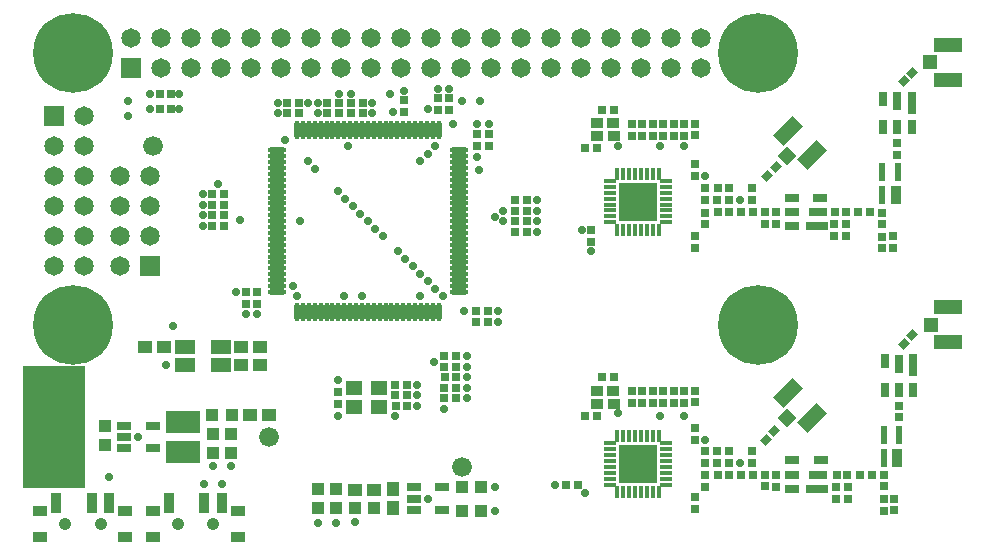
<source format=gts>
G04 Layer_Color=8388736*
%FSLAX25Y25*%
%MOIN*%
G70*
G01*
G75*
%ADD75R,0.02568X0.02962*%
%ADD76R,0.02568X0.03159*%
%ADD77R,0.03159X0.02568*%
%ADD78R,0.02962X0.02568*%
%ADD79O,0.01584X0.04340*%
%ADD80O,0.04340X0.01584*%
%ADD81R,0.12805X0.12805*%
%ADD82R,0.04143X0.03750*%
%ADD83R,0.05718X0.04931*%
%ADD84R,0.04143X0.04340*%
%ADD85R,0.04537X0.04340*%
%ADD86R,0.04183X0.04380*%
%ADD87R,0.11309X0.07175*%
%ADD88R,0.04931X0.02962*%
%ADD89R,0.04537X0.03750*%
%ADD90R,0.03356X0.06506*%
%ADD91R,0.06506X0.04931*%
%ADD92R,0.04340X0.04143*%
%ADD93R,0.04340X0.04537*%
%ADD94R,0.20600X0.40600*%
G04:AMPARAMS|DCode=95|XSize=47.34mil|YSize=92.61mil|CornerRadius=0mil|HoleSize=0mil|Usage=FLASHONLY|Rotation=315.000|XOffset=0mil|YOffset=0mil|HoleType=Round|Shape=Rectangle|*
%AMROTATEDRECTD95*
4,1,4,-0.04948,-0.01601,0.01601,0.04948,0.04948,0.01601,-0.01601,-0.04948,-0.04948,-0.01601,0.0*
%
%ADD95ROTATEDRECTD95*%

%ADD96P,0.06416X4X360.0*%
G04:AMPARAMS|DCode=97|XSize=47.24mil|YSize=29.53mil|CornerRadius=2.61mil|HoleSize=0mil|Usage=FLASHONLY|Rotation=180.000|XOffset=0mil|YOffset=0mil|HoleType=Round|Shape=RoundedRectangle|*
%AMROUNDEDRECTD97*
21,1,0.04724,0.02431,0,0,180.0*
21,1,0.04203,0.02953,0,0,180.0*
1,1,0.00522,-0.02101,0.01215*
1,1,0.00522,0.02101,0.01215*
1,1,0.00522,0.02101,-0.01215*
1,1,0.00522,-0.02101,-0.01215*
%
%ADD97ROUNDEDRECTD97*%
G04:AMPARAMS|DCode=98|XSize=62.99mil|YSize=29.53mil|CornerRadius=2.61mil|HoleSize=0mil|Usage=FLASHONLY|Rotation=180.000|XOffset=0mil|YOffset=0mil|HoleType=Round|Shape=RoundedRectangle|*
%AMROUNDEDRECTD98*
21,1,0.06299,0.02431,0,0,180.0*
21,1,0.05778,0.02953,0,0,180.0*
1,1,0.00522,-0.02889,0.01215*
1,1,0.00522,0.02889,0.01215*
1,1,0.00522,0.02889,-0.01215*
1,1,0.00522,-0.02889,-0.01215*
%
%ADD98ROUNDEDRECTD98*%
G04:AMPARAMS|DCode=99|XSize=70.87mil|YSize=29.53mil|CornerRadius=2.61mil|HoleSize=0mil|Usage=FLASHONLY|Rotation=180.000|XOffset=0mil|YOffset=0mil|HoleType=Round|Shape=RoundedRectangle|*
%AMROUNDEDRECTD99*
21,1,0.07087,0.02431,0,0,180.0*
21,1,0.06565,0.02953,0,0,180.0*
1,1,0.00522,-0.03283,0.01215*
1,1,0.00522,0.03283,0.01215*
1,1,0.00522,0.03283,-0.01215*
1,1,0.00522,-0.03283,-0.01215*
%
%ADD99ROUNDEDRECTD99*%
G04:AMPARAMS|DCode=100|XSize=25.68mil|YSize=29.62mil|CornerRadius=0mil|HoleSize=0mil|Usage=FLASHONLY|Rotation=135.000|XOffset=0mil|YOffset=0mil|HoleType=Round|Shape=Rectangle|*
%AMROTATEDRECTD100*
4,1,4,0.01955,0.00139,-0.00139,-0.01955,-0.01955,-0.00139,0.00139,0.01955,0.01955,0.00139,0.0*
%
%ADD100ROTATEDRECTD100*%

%ADD101R,0.02765X0.02765*%
%ADD102R,0.02362X0.06102*%
%ADD103R,0.03543X0.06102*%
G04:AMPARAMS|DCode=104|XSize=47.24mil|YSize=29.53mil|CornerRadius=2.61mil|HoleSize=0mil|Usage=FLASHONLY|Rotation=270.000|XOffset=0mil|YOffset=0mil|HoleType=Round|Shape=RoundedRectangle|*
%AMROUNDEDRECTD104*
21,1,0.04724,0.02431,0,0,270.0*
21,1,0.04203,0.02953,0,0,270.0*
1,1,0.00522,-0.01215,-0.02101*
1,1,0.00522,-0.01215,0.02101*
1,1,0.00522,0.01215,0.02101*
1,1,0.00522,0.01215,-0.02101*
%
%ADD104ROUNDEDRECTD104*%
G04:AMPARAMS|DCode=105|XSize=62.99mil|YSize=29.53mil|CornerRadius=2.61mil|HoleSize=0mil|Usage=FLASHONLY|Rotation=270.000|XOffset=0mil|YOffset=0mil|HoleType=Round|Shape=RoundedRectangle|*
%AMROUNDEDRECTD105*
21,1,0.06299,0.02431,0,0,270.0*
21,1,0.05778,0.02953,0,0,270.0*
1,1,0.00522,-0.01215,-0.02889*
1,1,0.00522,-0.01215,0.02889*
1,1,0.00522,0.01215,0.02889*
1,1,0.00522,0.01215,-0.02889*
%
%ADD105ROUNDEDRECTD105*%
G04:AMPARAMS|DCode=106|XSize=70.87mil|YSize=29.53mil|CornerRadius=2.61mil|HoleSize=0mil|Usage=FLASHONLY|Rotation=270.000|XOffset=0mil|YOffset=0mil|HoleType=Round|Shape=RoundedRectangle|*
%AMROUNDEDRECTD106*
21,1,0.07087,0.02431,0,0,270.0*
21,1,0.06565,0.02953,0,0,270.0*
1,1,0.00522,-0.01215,-0.03283*
1,1,0.00522,-0.01215,0.03283*
1,1,0.00522,0.01215,0.03283*
1,1,0.00522,0.01215,-0.03283*
%
%ADD106ROUNDEDRECTD106*%
%ADD107R,0.09261X0.04734*%
%ADD108R,0.04537X0.04537*%
%ADD109O,0.06112X0.01781*%
%ADD110O,0.01781X0.06112*%
%ADD111C,0.06600*%
%ADD112C,0.04143*%
%ADD113R,0.06506X0.06506*%
%ADD114C,0.06506*%
%ADD115C,0.26575*%
%ADD116C,0.02800*%
D75*
X210000Y47032D02*
D03*
Y50968D02*
D03*
X206500Y47032D02*
D03*
Y50968D02*
D03*
X203000Y47032D02*
D03*
Y50968D02*
D03*
X213500Y47032D02*
D03*
Y50968D02*
D03*
X217000Y47032D02*
D03*
Y50968D02*
D03*
X220500Y47032D02*
D03*
Y50968D02*
D03*
X224000Y34532D02*
D03*
Y38469D02*
D03*
X227500Y30968D02*
D03*
Y27031D02*
D03*
Y22968D02*
D03*
Y19031D02*
D03*
X224000Y15469D02*
D03*
Y11531D02*
D03*
X105000Y50468D02*
D03*
X105000Y46532D02*
D03*
X220500Y136031D02*
D03*
Y139969D02*
D03*
X217000Y136031D02*
D03*
Y139969D02*
D03*
X213500Y136031D02*
D03*
Y139969D02*
D03*
X210000Y136031D02*
D03*
Y139969D02*
D03*
X206500Y136031D02*
D03*
Y139969D02*
D03*
X203000Y136031D02*
D03*
Y139969D02*
D03*
X243000Y30968D02*
D03*
Y27031D02*
D03*
X251000Y22968D02*
D03*
Y19031D02*
D03*
X287000Y14968D02*
D03*
Y11032D02*
D03*
X275000Y18969D02*
D03*
Y15032D02*
D03*
X271000Y18969D02*
D03*
Y15032D02*
D03*
X292000Y46000D02*
D03*
Y42063D02*
D03*
X291500Y133468D02*
D03*
Y129532D02*
D03*
X290000Y102469D02*
D03*
Y98532D02*
D03*
X274500Y106468D02*
D03*
Y102532D02*
D03*
X270500Y106468D02*
D03*
Y102532D02*
D03*
X224000Y122531D02*
D03*
Y126469D02*
D03*
X227500Y118468D02*
D03*
Y114532D02*
D03*
X224000Y102469D02*
D03*
Y98532D02*
D03*
X247500Y110468D02*
D03*
Y106532D02*
D03*
X251000Y110468D02*
D03*
Y106532D02*
D03*
X243000Y118468D02*
D03*
Y114532D02*
D03*
X74500Y83969D02*
D03*
Y80032D02*
D03*
X78000Y83969D02*
D03*
Y80032D02*
D03*
X189500Y104469D02*
D03*
Y100531D02*
D03*
X151500Y132531D02*
D03*
Y136469D02*
D03*
X155500Y132531D02*
D03*
Y136469D02*
D03*
X142000Y144532D02*
D03*
Y148468D02*
D03*
X138500Y144532D02*
D03*
Y148468D02*
D03*
X127000Y144032D02*
D03*
Y147968D02*
D03*
D76*
X224000Y47130D02*
D03*
Y50870D02*
D03*
Y136130D02*
D03*
Y139870D02*
D03*
X247500Y22870D02*
D03*
Y19130D02*
D03*
X290500Y14870D02*
D03*
Y11130D02*
D03*
X287000Y19130D02*
D03*
Y22870D02*
D03*
X286500Y106630D02*
D03*
Y110370D02*
D03*
X286500Y102370D02*
D03*
Y98630D02*
D03*
X227500Y110370D02*
D03*
Y106630D02*
D03*
D77*
X235240Y31000D02*
D03*
X231500D02*
D03*
X235370Y23000D02*
D03*
X231630D02*
D03*
X124228Y46000D02*
D03*
X127969Y46000D02*
D03*
X235370Y118500D02*
D03*
X231630D02*
D03*
X235370Y110500D02*
D03*
X231630D02*
D03*
X140630Y55500D02*
D03*
X144370D02*
D03*
D78*
X243468Y23000D02*
D03*
X239531D02*
D03*
X235469Y27000D02*
D03*
X231532D02*
D03*
X196968Y55500D02*
D03*
X193032D02*
D03*
X191469Y42500D02*
D03*
X187531D02*
D03*
X184968Y19500D02*
D03*
X181032D02*
D03*
X124031Y49500D02*
D03*
X127969D02*
D03*
X124031Y53000D02*
D03*
X127969D02*
D03*
X282968Y23000D02*
D03*
X279031D02*
D03*
X282469Y110500D02*
D03*
X278532D02*
D03*
X196968Y144500D02*
D03*
X193032D02*
D03*
X191469Y132000D02*
D03*
X187531D02*
D03*
X235469Y114500D02*
D03*
X231532D02*
D03*
X243468Y110500D02*
D03*
X239531D02*
D03*
X91969Y147000D02*
D03*
X88032D02*
D03*
X91969Y143500D02*
D03*
X88032D02*
D03*
X66969Y116500D02*
D03*
X63032D02*
D03*
X67000Y113000D02*
D03*
X63063D02*
D03*
X66969Y109500D02*
D03*
X63032D02*
D03*
X66969Y106000D02*
D03*
X63032D02*
D03*
X140532Y48500D02*
D03*
X144468Y48500D02*
D03*
X140532Y52000D02*
D03*
X144468D02*
D03*
X140532Y59000D02*
D03*
X144468D02*
D03*
X140532Y62500D02*
D03*
X144468D02*
D03*
X151031Y74000D02*
D03*
X154969D02*
D03*
X151031Y77500D02*
D03*
X154969D02*
D03*
X164032Y104000D02*
D03*
X167968D02*
D03*
X164032Y107500D02*
D03*
X167968D02*
D03*
X164032Y111000D02*
D03*
X167968D02*
D03*
X164000Y114500D02*
D03*
X167937D02*
D03*
X109500Y147000D02*
D03*
X113437D02*
D03*
X109531Y143500D02*
D03*
X113469D02*
D03*
X105468Y147000D02*
D03*
X101532D02*
D03*
X105468Y143500D02*
D03*
X101532Y143500D02*
D03*
D79*
X211890Y35850D02*
D03*
X209921Y35850D02*
D03*
X207953D02*
D03*
X205984D02*
D03*
X204016Y35850D02*
D03*
X202047D02*
D03*
X200079D02*
D03*
X198110Y35850D02*
D03*
Y17150D02*
D03*
X200079D02*
D03*
X202047D02*
D03*
X204016D02*
D03*
X205984D02*
D03*
X207953D02*
D03*
X209921D02*
D03*
X211890Y17150D02*
D03*
Y123350D02*
D03*
X209921D02*
D03*
X207953D02*
D03*
X205984D02*
D03*
X204016D02*
D03*
X202047D02*
D03*
X200079D02*
D03*
X198110D02*
D03*
X198110Y104650D02*
D03*
X200079Y104650D02*
D03*
X202047D02*
D03*
X204016D02*
D03*
X205984D02*
D03*
X207953D02*
D03*
X209921D02*
D03*
X211890D02*
D03*
D80*
X195650Y33390D02*
D03*
X195650Y31421D02*
D03*
Y29453D02*
D03*
Y27484D02*
D03*
Y25516D02*
D03*
Y23547D02*
D03*
Y21579D02*
D03*
Y19610D02*
D03*
X214350D02*
D03*
Y21579D02*
D03*
Y23547D02*
D03*
Y25516D02*
D03*
X214350Y27484D02*
D03*
Y29453D02*
D03*
X214350Y31421D02*
D03*
Y33390D02*
D03*
X195650Y120890D02*
D03*
Y118921D02*
D03*
Y116953D02*
D03*
Y114984D02*
D03*
X195650Y113016D02*
D03*
X195650Y111047D02*
D03*
Y109079D02*
D03*
X195650Y107110D02*
D03*
X214350D02*
D03*
X214350Y109079D02*
D03*
Y111047D02*
D03*
Y113016D02*
D03*
Y114984D02*
D03*
Y116953D02*
D03*
Y118921D02*
D03*
Y120890D02*
D03*
D81*
X205000Y26500D02*
D03*
Y114000D02*
D03*
D82*
X196913Y46669D02*
D03*
X191500Y46669D02*
D03*
Y51000D02*
D03*
X196815Y51000D02*
D03*
X196913Y136000D02*
D03*
X191500Y136000D02*
D03*
Y140331D02*
D03*
X196815Y140331D02*
D03*
D83*
X110437Y51920D02*
D03*
X118705Y51920D02*
D03*
Y45424D02*
D03*
X110437Y45423D02*
D03*
D84*
X69500Y30350D02*
D03*
Y36650D02*
D03*
X63500Y30350D02*
D03*
Y36650D02*
D03*
X27500Y32850D02*
D03*
Y39150D02*
D03*
X98500Y11850D02*
D03*
Y18150D02*
D03*
X104500Y11850D02*
D03*
Y18150D02*
D03*
D85*
X82150Y43000D02*
D03*
X75850D02*
D03*
X40850Y65500D02*
D03*
X47150D02*
D03*
X72850D02*
D03*
X79150D02*
D03*
X72850Y59500D02*
D03*
X79150D02*
D03*
X110850Y18000D02*
D03*
X117150D02*
D03*
D86*
X69827Y43000D02*
D03*
X63173D02*
D03*
D87*
X53500Y30500D02*
D03*
Y40500D02*
D03*
D88*
X33776Y39240D02*
D03*
Y35500D02*
D03*
X33776Y31760D02*
D03*
X43224D02*
D03*
Y39240D02*
D03*
X130276Y18740D02*
D03*
Y15000D02*
D03*
Y11260D02*
D03*
X139724D02*
D03*
Y18740D02*
D03*
D89*
X71673Y10831D02*
D03*
Y2169D02*
D03*
X43327Y10831D02*
D03*
Y2169D02*
D03*
X34173Y10831D02*
D03*
Y2169D02*
D03*
X5827Y10831D02*
D03*
Y2169D02*
D03*
D90*
X66358Y13390D02*
D03*
X60453D02*
D03*
X48642Y13390D02*
D03*
X28858Y13390D02*
D03*
X22953D02*
D03*
X11142D02*
D03*
D91*
X65905Y65453D02*
D03*
Y59547D02*
D03*
X54094D02*
D03*
Y65453D02*
D03*
D92*
X152650Y11000D02*
D03*
X146350D02*
D03*
X152650Y19000D02*
D03*
X146350D02*
D03*
X110850Y12000D02*
D03*
X117150D02*
D03*
D93*
X123500Y11850D02*
D03*
Y18150D02*
D03*
D94*
X10500Y39000D02*
D03*
D95*
X263106Y129394D02*
D03*
X254894Y137606D02*
D03*
X263106Y41894D02*
D03*
X254894Y50106D02*
D03*
D96*
X254824Y129324D02*
D03*
Y41824D02*
D03*
D97*
X256500Y27724D02*
D03*
Y23000D02*
D03*
Y18276D02*
D03*
X265949Y27724D02*
D03*
X256276Y115224D02*
D03*
Y110500D02*
D03*
Y105776D02*
D03*
X265724Y115224D02*
D03*
D98*
X265161Y23000D02*
D03*
X264937Y110500D02*
D03*
D99*
X264768Y18276D02*
D03*
X264543Y105776D02*
D03*
D100*
X250392Y37392D02*
D03*
X247608Y34608D02*
D03*
X296392Y69392D02*
D03*
X293608Y66608D02*
D03*
X296392Y156892D02*
D03*
X293608Y154108D02*
D03*
X250892Y125392D02*
D03*
X248108Y122608D02*
D03*
D101*
X274772Y23000D02*
D03*
X271228D02*
D03*
X274272Y110500D02*
D03*
X270728D02*
D03*
X49272Y145000D02*
D03*
X45728D02*
D03*
X49272Y150000D02*
D03*
X45728D02*
D03*
D102*
X286941Y28661D02*
D03*
X292059Y36339D02*
D03*
X286941D02*
D03*
X286441Y116161D02*
D03*
X291559Y123839D02*
D03*
X286441D02*
D03*
D103*
X291469Y28661D02*
D03*
X290968Y116161D02*
D03*
D104*
X287276Y51276D02*
D03*
X292000D02*
D03*
X296724D02*
D03*
X287276Y60724D02*
D03*
X286776Y138776D02*
D03*
X291500Y138776D02*
D03*
X296224Y138776D02*
D03*
X286776Y148224D02*
D03*
D105*
X292000Y59937D02*
D03*
X291500Y147437D02*
D03*
D106*
X296724Y59543D02*
D03*
X296224Y147043D02*
D03*
D107*
X308500Y67193D02*
D03*
Y78807D02*
D03*
X308405Y154693D02*
D03*
X308405Y166307D02*
D03*
D108*
X302594Y73000D02*
D03*
X302500Y160500D02*
D03*
D109*
X84685Y83878D02*
D03*
Y85847D02*
D03*
X84685Y87815D02*
D03*
X84685Y89784D02*
D03*
Y91752D02*
D03*
Y93721D02*
D03*
Y95689D02*
D03*
Y97658D02*
D03*
Y99626D02*
D03*
X84685Y101594D02*
D03*
Y103563D02*
D03*
X84685Y105532D02*
D03*
Y107500D02*
D03*
Y109468D02*
D03*
Y111437D02*
D03*
Y113406D02*
D03*
X84685Y115374D02*
D03*
Y117342D02*
D03*
Y119311D02*
D03*
X84685Y121280D02*
D03*
Y123248D02*
D03*
Y125217D02*
D03*
Y127185D02*
D03*
Y129154D02*
D03*
X84685Y131122D02*
D03*
X145315D02*
D03*
Y129154D02*
D03*
Y127185D02*
D03*
Y125216D02*
D03*
X145315Y123248D02*
D03*
Y121280D02*
D03*
X145315Y119311D02*
D03*
Y117342D02*
D03*
Y115374D02*
D03*
Y113406D02*
D03*
Y111437D02*
D03*
X145315Y109468D02*
D03*
Y107500D02*
D03*
Y105532D02*
D03*
X145315Y103563D02*
D03*
Y101594D02*
D03*
Y99626D02*
D03*
Y97658D02*
D03*
Y95689D02*
D03*
X145315Y93721D02*
D03*
Y91752D02*
D03*
X145315Y89784D02*
D03*
Y87815D02*
D03*
Y85847D02*
D03*
Y83878D02*
D03*
D110*
X91378Y137815D02*
D03*
X93347D02*
D03*
X95315D02*
D03*
X97284D02*
D03*
X99252Y137815D02*
D03*
X101221D02*
D03*
X103189Y137815D02*
D03*
X105157D02*
D03*
X107126D02*
D03*
X109095D02*
D03*
X111063D02*
D03*
X113031Y137815D02*
D03*
X115000D02*
D03*
X116969D02*
D03*
X118937Y137815D02*
D03*
X120905D02*
D03*
X122874D02*
D03*
X124843D02*
D03*
X126811D02*
D03*
X128779Y137815D02*
D03*
X130748D02*
D03*
X132717Y137815D02*
D03*
X134685D02*
D03*
X136653D02*
D03*
X138622D02*
D03*
Y77185D02*
D03*
X136653Y77185D02*
D03*
X134685D02*
D03*
X132717D02*
D03*
X130748D02*
D03*
X128779D02*
D03*
X126811Y77185D02*
D03*
X124843D02*
D03*
X122874D02*
D03*
X120905Y77185D02*
D03*
X118937D02*
D03*
X116969D02*
D03*
X115000D02*
D03*
X113031D02*
D03*
X111063Y77185D02*
D03*
X109095D02*
D03*
X107126Y77185D02*
D03*
X105157D02*
D03*
X103189D02*
D03*
X101221Y77185D02*
D03*
X99252D02*
D03*
X97284D02*
D03*
X95315D02*
D03*
X93347Y77185D02*
D03*
X91378Y77185D02*
D03*
D111*
X82000Y35500D02*
D03*
X146500Y25500D02*
D03*
X43500Y132500D02*
D03*
D112*
X63406Y6500D02*
D03*
X51595D02*
D03*
X25905D02*
D03*
X14095D02*
D03*
D113*
X10500Y142500D02*
D03*
X36000Y158500D02*
D03*
X42500Y92500D02*
D03*
D114*
X20500Y142500D02*
D03*
X10500Y132500D02*
D03*
X20500D02*
D03*
X10500Y122500D02*
D03*
X20500D02*
D03*
X10500Y112500D02*
D03*
X20500Y112500D02*
D03*
X10500Y102500D02*
D03*
X20500Y102500D02*
D03*
X10500Y92500D02*
D03*
X20500D02*
D03*
X226000Y168500D02*
D03*
X216000D02*
D03*
X206000D02*
D03*
X196000D02*
D03*
X186000D02*
D03*
X176000D02*
D03*
X166000D02*
D03*
X156000D02*
D03*
X146000D02*
D03*
X136000D02*
D03*
X126000D02*
D03*
X116000D02*
D03*
X106000D02*
D03*
X96000D02*
D03*
X86000D02*
D03*
X76000D02*
D03*
X66000D02*
D03*
X56000D02*
D03*
X46000D02*
D03*
X36000D02*
D03*
X226000Y158500D02*
D03*
X216000D02*
D03*
X206000Y158500D02*
D03*
X196000D02*
D03*
X186000Y158500D02*
D03*
X176000D02*
D03*
X166000D02*
D03*
X156000Y158500D02*
D03*
X146000D02*
D03*
X136000Y158500D02*
D03*
X126000D02*
D03*
X116000Y158500D02*
D03*
X106000D02*
D03*
X96000Y158500D02*
D03*
X86000D02*
D03*
X76000D02*
D03*
X66000Y158500D02*
D03*
X56000D02*
D03*
X46000Y158500D02*
D03*
X32500Y92500D02*
D03*
X42500Y102500D02*
D03*
X32500D02*
D03*
X42500Y112500D02*
D03*
X32500D02*
D03*
X42500Y122500D02*
D03*
X32500Y122500D02*
D03*
D115*
X16827Y72949D02*
D03*
Y163500D02*
D03*
X245173Y72949D02*
D03*
X245173Y163500D02*
D03*
D116*
X105000Y42500D02*
D03*
Y54500D02*
D03*
X157500Y19000D02*
D03*
Y11000D02*
D03*
X135000Y15000D02*
D03*
X98500Y7000D02*
D03*
X104500D02*
D03*
X110850Y7150D02*
D03*
X47547Y59547D02*
D03*
X28858Y22358D02*
D03*
X85000Y147000D02*
D03*
X95000D02*
D03*
X109500Y150000D02*
D03*
X116500Y147000D02*
D03*
Y143500D02*
D03*
X123500Y144000D02*
D03*
X127000Y151000D02*
D03*
X105500Y149969D02*
D03*
X142000Y151500D02*
D03*
X135000Y145000D02*
D03*
X132500Y127500D02*
D03*
X239000Y114500D02*
D03*
X120000Y102500D02*
D03*
X117500Y105000D02*
D03*
X52000Y145000D02*
D03*
X42500D02*
D03*
X135000Y130000D02*
D03*
X137500Y132500D02*
D03*
X85000Y143500D02*
D03*
X35000Y142500D02*
D03*
Y147500D02*
D03*
X52000Y150000D02*
D03*
X42500D02*
D03*
X187500Y17000D02*
D03*
X177500Y19500D02*
D03*
X227500Y34500D02*
D03*
X212500Y42500D02*
D03*
X220500D02*
D03*
X227500Y122500D02*
D03*
X212500Y132500D02*
D03*
X220500D02*
D03*
X189500Y97500D02*
D03*
X151500Y140000D02*
D03*
X155500D02*
D03*
X122500Y150000D02*
D03*
X186500Y104500D02*
D03*
X171500Y114500D02*
D03*
Y111000D02*
D03*
Y107500D02*
D03*
Y104000D02*
D03*
X160000Y111000D02*
D03*
Y107500D02*
D03*
X157500Y109000D02*
D03*
X38500Y35500D02*
D03*
X63500Y26000D02*
D03*
X69500D02*
D03*
X66500Y20000D02*
D03*
X140000Y82500D02*
D03*
X137500Y85000D02*
D03*
X135000Y87500D02*
D03*
X132500Y90000D02*
D03*
X130000Y92500D02*
D03*
X127500Y95000D02*
D03*
X125000Y97500D02*
D03*
X95000Y127500D02*
D03*
X97500Y125000D02*
D03*
X72500Y108000D02*
D03*
X65000Y120000D02*
D03*
X60000Y116500D02*
D03*
Y113000D02*
D03*
Y109500D02*
D03*
Y106000D02*
D03*
X71000Y84000D02*
D03*
X74500Y76500D02*
D03*
X92500Y107500D02*
D03*
X90000Y86000D02*
D03*
X91500Y82500D02*
D03*
X107000D02*
D03*
X113000D02*
D03*
X132500D02*
D03*
X60500Y20000D02*
D03*
X50000Y72500D02*
D03*
X87500Y134500D02*
D03*
X108500Y132500D02*
D03*
X115000Y107500D02*
D03*
X112500Y110000D02*
D03*
X110000Y112500D02*
D03*
X107500Y115000D02*
D03*
X78000Y76500D02*
D03*
X105000Y117500D02*
D03*
X98500Y143500D02*
D03*
Y147000D02*
D03*
X138500Y151500D02*
D03*
X152500Y147500D02*
D03*
X152000Y124500D02*
D03*
X151500Y129000D02*
D03*
X143500Y140000D02*
D03*
X146500Y147500D02*
D03*
X140500Y45000D02*
D03*
X148000Y48500D02*
D03*
Y52000D02*
D03*
X124000Y42500D02*
D03*
X131500Y53000D02*
D03*
Y49500D02*
D03*
Y46000D02*
D03*
X137000Y60500D02*
D03*
X148000Y55500D02*
D03*
Y59000D02*
D03*
X147000Y77500D02*
D03*
X158500D02*
D03*
Y74000D02*
D03*
X148000Y62500D02*
D03*
X198500Y132500D02*
D03*
Y43500D02*
D03*
X239000Y27000D02*
D03*
X209331Y30831D02*
D03*
X209331Y26500D02*
D03*
X209331Y22169D02*
D03*
X205000Y30831D02*
D03*
Y26500D02*
D03*
Y22169D02*
D03*
X200669Y30831D02*
D03*
Y26500D02*
D03*
Y22169D02*
D03*
X205000Y114000D02*
D03*
Y109669D02*
D03*
Y118331D02*
D03*
X209331Y114000D02*
D03*
Y109669D02*
D03*
X200669Y114000D02*
D03*
X200669Y109669D02*
D03*
X209331Y118331D02*
D03*
X200669D02*
D03*
M02*

</source>
